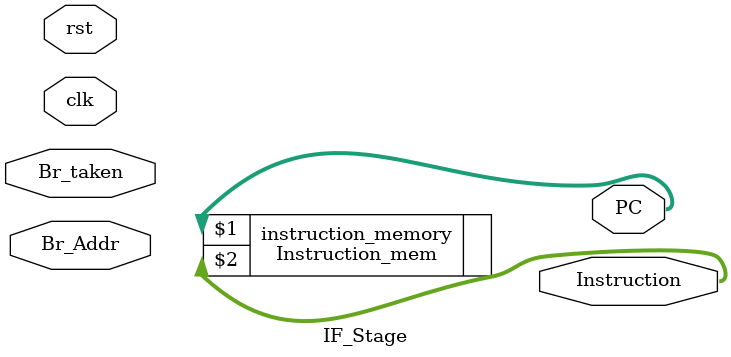
<source format=v>
module IF_Stage (
	input clk,
	input rst,
	input Br_taken,
	input [31:0] Br_Addr,
	output [31:0] PC,
	output [31:0] Instruction
	);
    Instruction_mem instruction_memory(PC, Instruction);

  /*  always @(posedge clk, posedge rst) begin
      if (rst)
        PC <= 32'b0;
      else begin
        PC <= PC + 4;
      end
    end*/

endmodule
</source>
